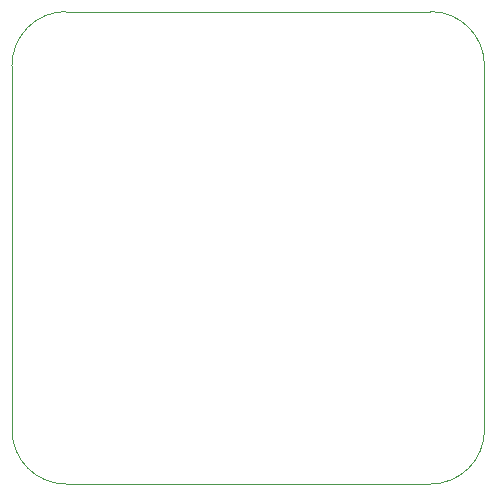
<source format=gbr>
%TF.GenerationSoftware,Altium Limited,Altium Designer,21.3.2 (30)*%
G04 Layer_Color=0*
%FSLAX44Y44*%
%MOMM*%
%TF.SameCoordinates,DF9C5644-7730-4CB0-946D-AD2690A7FF42*%
%TF.FilePolarity,Positive*%
%TF.FileFunction,Profile,NP*%
%TF.Part,Single*%
G01*
G75*
%TA.AperFunction,Profile*%
%ADD81C,0.0254*%
D81*
X561975Y607695D02*
Y916305D01*
D02*
G02*
X607695Y962025I45720J0D01*
G01*
X916305D01*
D02*
G02*
X962025Y916305I0J-45720D01*
G01*
Y607695D01*
D02*
G02*
X916305Y561975I-45720J0D01*
G01*
X607695D01*
D02*
G02*
X561975Y607695I0J45720D01*
G01*
%TF.MD5,d83fce953d337035d601cc451cd403e9*%
M02*

</source>
